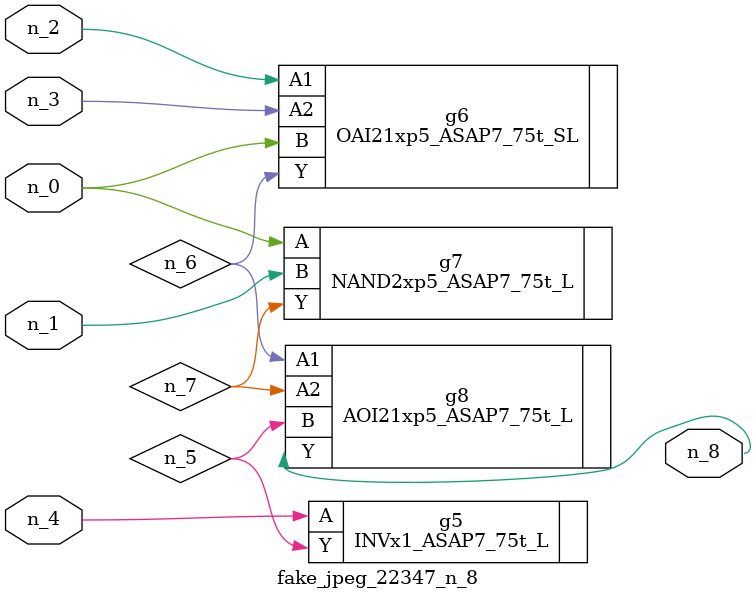
<source format=v>
module fake_jpeg_22347_n_8 (n_3, n_2, n_1, n_0, n_4, n_8);

input n_3;
input n_2;
input n_1;
input n_0;
input n_4;

output n_8;

wire n_6;
wire n_5;
wire n_7;

INVx1_ASAP7_75t_L g5 ( 
.A(n_4),
.Y(n_5)
);

OAI21xp5_ASAP7_75t_SL g6 ( 
.A1(n_2),
.A2(n_3),
.B(n_0),
.Y(n_6)
);

NAND2xp5_ASAP7_75t_L g7 ( 
.A(n_0),
.B(n_1),
.Y(n_7)
);

AOI21xp5_ASAP7_75t_L g8 ( 
.A1(n_6),
.A2(n_7),
.B(n_5),
.Y(n_8)
);


endmodule
</source>
